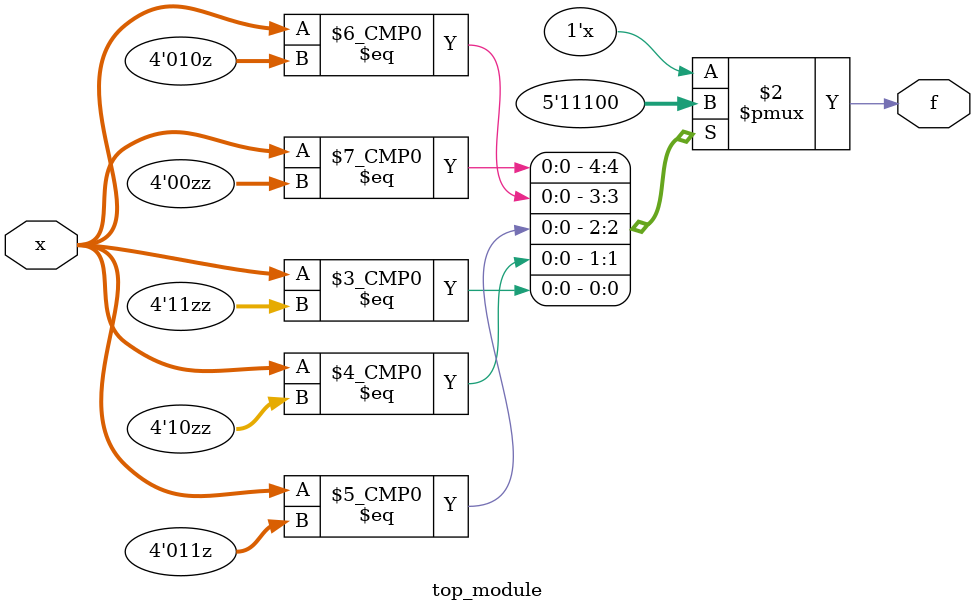
<source format=sv>
module top_module (
    input [4:1] x,
    output logic f
);

always_comb begin
    case (x)
        4'b00??: f = 1; // Assigning output value 1 for don't care inputs
        4'b010?: f = 1;
        4'b011?: f = 1;
        4'b10??: f = 0;
        4'b11??: f = 0;
        default: f = 0;
    endcase
end

endmodule

</source>
